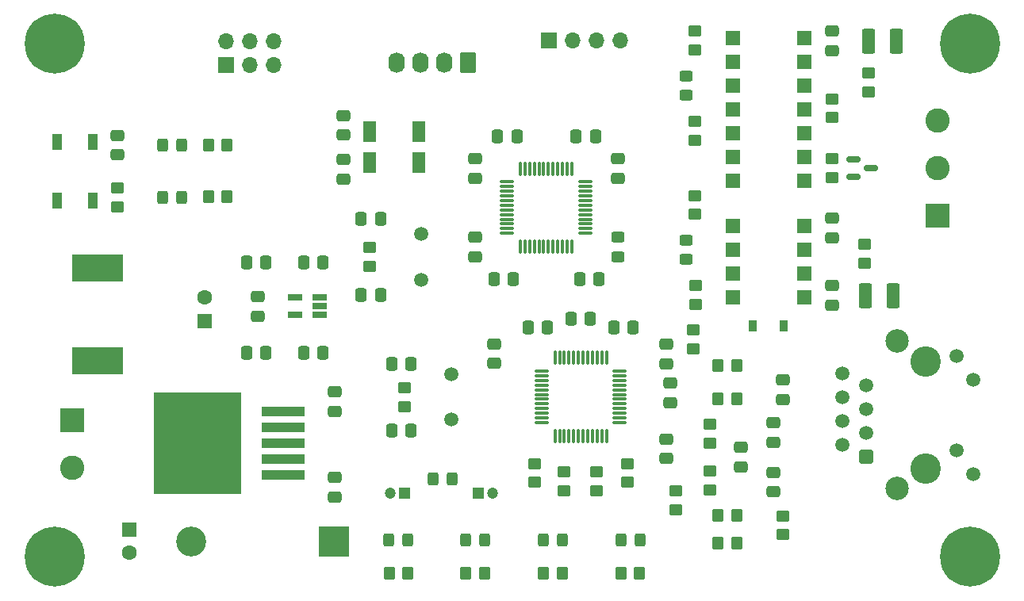
<source format=gbr>
%TF.GenerationSoftware,KiCad,Pcbnew,(6.0.11)*%
%TF.CreationDate,2024-04-30T16:24:35+07:00*%
%TF.ProjectId,Oxygen Monitoring,4f787967-656e-4204-9d6f-6e69746f7269,rev?*%
%TF.SameCoordinates,Original*%
%TF.FileFunction,Soldermask,Top*%
%TF.FilePolarity,Negative*%
%FSLAX46Y46*%
G04 Gerber Fmt 4.6, Leading zero omitted, Abs format (unit mm)*
G04 Created by KiCad (PCBNEW (6.0.11)) date 2024-04-30 16:24:35*
%MOMM*%
%LPD*%
G01*
G04 APERTURE LIST*
G04 Aperture macros list*
%AMRoundRect*
0 Rectangle with rounded corners*
0 $1 Rounding radius*
0 $2 $3 $4 $5 $6 $7 $8 $9 X,Y pos of 4 corners*
0 Add a 4 corners polygon primitive as box body*
4,1,4,$2,$3,$4,$5,$6,$7,$8,$9,$2,$3,0*
0 Add four circle primitives for the rounded corners*
1,1,$1+$1,$2,$3*
1,1,$1+$1,$4,$5*
1,1,$1+$1,$6,$7*
1,1,$1+$1,$8,$9*
0 Add four rect primitives between the rounded corners*
20,1,$1+$1,$2,$3,$4,$5,0*
20,1,$1+$1,$4,$5,$6,$7,0*
20,1,$1+$1,$6,$7,$8,$9,0*
20,1,$1+$1,$8,$9,$2,$3,0*%
G04 Aperture macros list end*
%ADD10RoundRect,0.250000X0.325000X0.450000X-0.325000X0.450000X-0.325000X-0.450000X0.325000X-0.450000X0*%
%ADD11R,1.000000X1.700000*%
%ADD12R,1.700000X1.700000*%
%ADD13O,1.700000X1.700000*%
%ADD14RoundRect,0.250000X0.337500X0.475000X-0.337500X0.475000X-0.337500X-0.475000X0.337500X-0.475000X0*%
%ADD15R,0.900000X1.200000*%
%ADD16RoundRect,0.250000X-0.450000X0.350000X-0.450000X-0.350000X0.450000X-0.350000X0.450000X0.350000X0*%
%ADD17C,1.500000*%
%ADD18RoundRect,0.250000X0.350000X0.450000X-0.350000X0.450000X-0.350000X-0.450000X0.350000X-0.450000X0*%
%ADD19RoundRect,0.250000X-0.475000X0.337500X-0.475000X-0.337500X0.475000X-0.337500X0.475000X0.337500X0*%
%ADD20RoundRect,0.250000X0.475000X-0.337500X0.475000X0.337500X-0.475000X0.337500X-0.475000X-0.337500X0*%
%ADD21RoundRect,0.250001X0.462499X1.074999X-0.462499X1.074999X-0.462499X-1.074999X0.462499X-1.074999X0*%
%ADD22RoundRect,0.250000X0.450000X-0.350000X0.450000X0.350000X-0.450000X0.350000X-0.450000X-0.350000X0*%
%ADD23C,0.800000*%
%ADD24C,6.400000*%
%ADD25RoundRect,0.250000X0.450000X-0.325000X0.450000X0.325000X-0.450000X0.325000X-0.450000X-0.325000X0*%
%ADD26R,2.600000X2.600000*%
%ADD27C,2.600000*%
%ADD28RoundRect,0.250000X-0.337500X-0.475000X0.337500X-0.475000X0.337500X0.475000X-0.337500X0.475000X0*%
%ADD29R,1.200000X1.200000*%
%ADD30C,1.200000*%
%ADD31C,3.250000*%
%ADD32RoundRect,0.250500X0.499500X-0.499500X0.499500X0.499500X-0.499500X0.499500X-0.499500X-0.499500X0*%
%ADD33C,2.500000*%
%ADD34R,1.320000X2.250000*%
%ADD35RoundRect,0.250000X-0.450000X0.325000X-0.450000X-0.325000X0.450000X-0.325000X0.450000X0.325000X0*%
%ADD36R,1.600000X1.600000*%
%ADD37C,1.600000*%
%ADD38RoundRect,0.250000X-0.325000X-0.450000X0.325000X-0.450000X0.325000X0.450000X-0.325000X0.450000X0*%
%ADD39R,4.600000X1.100000*%
%ADD40R,9.400000X10.800000*%
%ADD41RoundRect,0.250000X-0.350000X-0.450000X0.350000X-0.450000X0.350000X0.450000X-0.350000X0.450000X0*%
%ADD42R,3.200000X3.200000*%
%ADD43O,3.200000X3.200000*%
%ADD44R,5.400000X2.900000*%
%ADD45RoundRect,0.250000X0.620000X0.845000X-0.620000X0.845000X-0.620000X-0.845000X0.620000X-0.845000X0*%
%ADD46O,1.740000X2.190000*%
%ADD47R,1.560000X0.650000*%
%ADD48RoundRect,0.075000X0.662500X0.075000X-0.662500X0.075000X-0.662500X-0.075000X0.662500X-0.075000X0*%
%ADD49RoundRect,0.075000X0.075000X0.662500X-0.075000X0.662500X-0.075000X-0.662500X0.075000X-0.662500X0*%
%ADD50RoundRect,0.150000X-0.587500X-0.150000X0.587500X-0.150000X0.587500X0.150000X-0.587500X0.150000X0*%
%ADD51RoundRect,0.075000X-0.662500X-0.075000X0.662500X-0.075000X0.662500X0.075000X-0.662500X0.075000X0*%
%ADD52RoundRect,0.075000X-0.075000X-0.662500X0.075000X-0.662500X0.075000X0.662500X-0.075000X0.662500X0*%
G04 APERTURE END LIST*
D10*
%TO.C,FB2*%
X61686600Y-183001400D03*
X59636600Y-183001400D03*
%TD*%
D11*
%TO.C,SW1*%
X19493200Y-146983800D03*
X19493200Y-153283800D03*
X23293200Y-146983800D03*
X23293200Y-153283800D03*
%TD*%
D12*
%TO.C,J2*%
X71990000Y-136163800D03*
D13*
X74530000Y-136163800D03*
X77070000Y-136163800D03*
X79610000Y-136163800D03*
%TD*%
D14*
%TO.C,C35*%
X57283700Y-170657000D03*
X55208700Y-170657000D03*
%TD*%
D15*
%TO.C,D6*%
X93784200Y-166667600D03*
X97084200Y-166667600D03*
%TD*%
D16*
%TO.C,R29*%
X56551000Y-173238400D03*
X56551000Y-175238400D03*
%TD*%
D10*
%TO.C,D9*%
X65141000Y-189503800D03*
X63091000Y-189503800D03*
%TD*%
D17*
%TO.C,Y3*%
X61580200Y-171763000D03*
X61580200Y-176643000D03*
%TD*%
D18*
%TO.C,R26*%
X65100000Y-193009000D03*
X63100000Y-193009000D03*
%TD*%
D19*
%TO.C,C29*%
X95967600Y-176964000D03*
X95967600Y-179039000D03*
%TD*%
D16*
%TO.C,R17*%
X85502800Y-184236600D03*
X85502800Y-186236600D03*
%TD*%
D20*
%TO.C,C24*%
X102216000Y-164430100D03*
X102216000Y-162355100D03*
%TD*%
D21*
%TO.C,F2*%
X109088300Y-136214600D03*
X106113300Y-136214600D03*
%TD*%
D20*
%TO.C,C25*%
X102216000Y-137252100D03*
X102216000Y-135177100D03*
%TD*%
D22*
%TO.C,R19*%
X89195200Y-179141800D03*
X89195200Y-177141800D03*
%TD*%
D16*
%TO.C,R14*%
X105721200Y-157922200D03*
X105721200Y-159922200D03*
%TD*%
D21*
%TO.C,F1*%
X108732700Y-163392600D03*
X105757700Y-163392600D03*
%TD*%
D10*
%TO.C,D8*%
X56962200Y-189503800D03*
X54912200Y-189503800D03*
%TD*%
D23*
%TO.C,H2*%
X115250944Y-138216456D03*
X116948000Y-134119400D03*
X119348000Y-136519400D03*
X114548000Y-136519400D03*
X118645056Y-138216456D03*
X118645056Y-134822344D03*
D24*
X116948000Y-136519400D03*
D23*
X116948000Y-138919400D03*
X115250944Y-134822344D03*
%TD*%
D22*
%TO.C,R20*%
X87433200Y-169066200D03*
X87433200Y-167066200D03*
%TD*%
D16*
%TO.C,R30*%
X70440600Y-181341000D03*
X70440600Y-183341000D03*
%TD*%
%TO.C,R15*%
X106076800Y-139634200D03*
X106076800Y-141634200D03*
%TD*%
D23*
%TO.C,H3*%
X19208800Y-193681800D03*
X17511744Y-189584744D03*
X21608800Y-191281800D03*
X17511744Y-192978856D03*
X16808800Y-191281800D03*
D24*
X19208800Y-191281800D03*
D23*
X20905856Y-192978856D03*
X19208800Y-188881800D03*
X20905856Y-189584744D03*
%TD*%
D25*
%TO.C,D5*%
X86645800Y-159540800D03*
X86645800Y-157490800D03*
%TD*%
D26*
%TO.C,J5*%
X113442800Y-154858200D03*
D27*
X113442800Y-149778200D03*
X113442800Y-144698200D03*
%TD*%
D28*
%TO.C,C40*%
X78906600Y-166825500D03*
X80981600Y-166825500D03*
%TD*%
D20*
%TO.C,C11*%
X50044400Y-150968100D03*
X50044400Y-148893100D03*
%TD*%
D19*
%TO.C,C32*%
X92462400Y-179627100D03*
X92462400Y-181702100D03*
%TD*%
D20*
%TO.C,C38*%
X84944000Y-174844100D03*
X84944000Y-172769100D03*
%TD*%
D29*
%TO.C,C43*%
X56595600Y-184537000D03*
D30*
X55095600Y-184537000D03*
%TD*%
D18*
%TO.C,R2*%
X37633200Y-152826200D03*
X35633200Y-152826200D03*
%TD*%
D14*
%TO.C,C6*%
X47881500Y-159836600D03*
X45806500Y-159836600D03*
%TD*%
%TO.C,C36*%
X57283700Y-177769000D03*
X55208700Y-177769000D03*
%TD*%
D31*
%TO.C,J6*%
X112174400Y-181858400D03*
X112174400Y-170428400D03*
D32*
X105824400Y-180588400D03*
D17*
X103284400Y-179318400D03*
X105824400Y-178048400D03*
X103284400Y-176778400D03*
X105824400Y-175508400D03*
X103284400Y-174238400D03*
X105824400Y-172968400D03*
X103284400Y-171698400D03*
X117254400Y-182468400D03*
X115554400Y-179928400D03*
X117254400Y-172358400D03*
X115554400Y-169818400D03*
D33*
X109124400Y-184018400D03*
X109124400Y-168268400D03*
%TD*%
D18*
%TO.C,R27*%
X81676800Y-193059800D03*
X79676800Y-193059800D03*
%TD*%
D19*
%TO.C,C17*%
X79352100Y-148791500D03*
X79352100Y-150866500D03*
%TD*%
D16*
%TO.C,R12*%
X87636400Y-162341800D03*
X87636400Y-164341800D03*
%TD*%
D22*
%TO.C,R13*%
X102190600Y-144377400D03*
X102190600Y-142377400D03*
%TD*%
D14*
%TO.C,C22*%
X76960600Y-146400000D03*
X74885600Y-146400000D03*
%TD*%
D16*
%TO.C,R23*%
X96932800Y-186913000D03*
X96932800Y-188913000D03*
%TD*%
D20*
%TO.C,C20*%
X64112100Y-159248500D03*
X64112100Y-157173500D03*
%TD*%
D14*
%TO.C,C8*%
X41785500Y-159836600D03*
X39710500Y-159836600D03*
%TD*%
D16*
%TO.C,R32*%
X77044600Y-182230000D03*
X77044600Y-184230000D03*
%TD*%
D29*
%TO.C,C45*%
X64500402Y-184537000D03*
D30*
X66000402Y-184537000D03*
%TD*%
D19*
%TO.C,C14*%
X25965200Y-146280800D03*
X25965200Y-148355800D03*
%TD*%
D10*
%TO.C,D3*%
X32832200Y-152877000D03*
X30782200Y-152877000D03*
%TD*%
%TO.C,D11*%
X81727200Y-189529200D03*
X79677200Y-189529200D03*
%TD*%
D34*
%TO.C,Y1*%
X58080000Y-145918000D03*
X52880000Y-145918000D03*
X52880000Y-149168000D03*
X58080000Y-149168000D03*
%TD*%
D35*
%TO.C,FB1*%
X79352100Y-157186000D03*
X79352100Y-159236000D03*
%TD*%
D19*
%TO.C,C39*%
X84537600Y-168603500D03*
X84537600Y-170678500D03*
%TD*%
D28*
%TO.C,C42*%
X69762600Y-166825500D03*
X71837600Y-166825500D03*
%TD*%
D36*
%TO.C,C3*%
X35261600Y-166121713D03*
D37*
X35261600Y-163621713D03*
%TD*%
D18*
%TO.C,R21*%
X92040000Y-189837000D03*
X90040000Y-189837000D03*
%TD*%
D38*
%TO.C,D10*%
X71371400Y-189529200D03*
X73421400Y-189529200D03*
%TD*%
D25*
%TO.C,D4*%
X86645800Y-142014800D03*
X86645800Y-139964800D03*
%TD*%
D16*
%TO.C,R16*%
X102216000Y-148783200D03*
X102216000Y-150783200D03*
%TD*%
%TO.C,R10*%
X87585600Y-152713600D03*
X87585600Y-154713600D03*
%TD*%
D36*
%TO.C,U4*%
X91624200Y-135933600D03*
X91624200Y-138473600D03*
X91624200Y-141013600D03*
X91624200Y-143553600D03*
X91624200Y-146093600D03*
X91624200Y-148633600D03*
X91624200Y-151173600D03*
X99244200Y-151173600D03*
X99244200Y-148633600D03*
X99244200Y-146093600D03*
X99244200Y-143553600D03*
X99244200Y-141013600D03*
X99244200Y-138473600D03*
X99244200Y-135933600D03*
%TD*%
D19*
%TO.C,C19*%
X64112100Y-148791500D03*
X64112100Y-150866500D03*
%TD*%
D16*
%TO.C,R31*%
X80346600Y-181341000D03*
X80346600Y-183341000D03*
%TD*%
D28*
%TO.C,C21*%
X66126500Y-161640000D03*
X68201500Y-161640000D03*
%TD*%
D26*
%TO.C,J1*%
X21122400Y-176716200D03*
D27*
X21122400Y-181796200D03*
%TD*%
D39*
%TO.C,U1*%
X43627400Y-182591400D03*
X43627400Y-180891400D03*
X43627400Y-179191400D03*
D40*
X34477400Y-179191400D03*
D39*
X43627400Y-177491400D03*
X43627400Y-175791400D03*
%TD*%
D19*
%TO.C,C44*%
X66122600Y-168578100D03*
X66122600Y-170653100D03*
%TD*%
D16*
%TO.C,R33*%
X73615600Y-182230000D03*
X73615600Y-184230000D03*
%TD*%
D10*
%TO.C,D2*%
X32832200Y-147289000D03*
X30782200Y-147289000D03*
%TD*%
D19*
%TO.C,C4*%
X49130000Y-173683500D03*
X49130000Y-175758500D03*
%TD*%
D14*
%TO.C,C13*%
X54028300Y-163341800D03*
X51953300Y-163341800D03*
%TD*%
%TO.C,C5*%
X47881500Y-169488600D03*
X45806500Y-169488600D03*
%TD*%
%TO.C,C12*%
X54028300Y-155213800D03*
X51953300Y-155213800D03*
%TD*%
D41*
%TO.C,R24*%
X90040000Y-170898900D03*
X92040000Y-170898900D03*
%TD*%
D19*
%TO.C,C7*%
X40951200Y-163523500D03*
X40951200Y-165598500D03*
%TD*%
D41*
%TO.C,R22*%
X90040000Y-186901000D03*
X92040000Y-186901000D03*
%TD*%
D23*
%TO.C,H1*%
X21608800Y-136519400D03*
X20905856Y-134822344D03*
X20905856Y-138216456D03*
X19208800Y-138919400D03*
D24*
X19208800Y-136519400D03*
D23*
X19208800Y-134119400D03*
X16808800Y-136519400D03*
X17511744Y-138216456D03*
X17511744Y-134822344D03*
%TD*%
D36*
%TO.C,C1*%
X27184400Y-188370873D03*
D37*
X27184400Y-190870873D03*
%TD*%
D12*
%TO.C,J3*%
X37547600Y-138805400D03*
D13*
X37547600Y-136265400D03*
X40087600Y-138805400D03*
X40087600Y-136265400D03*
X42627600Y-138805400D03*
X42627600Y-136265400D03*
%TD*%
D22*
%TO.C,R11*%
X87585600Y-137163800D03*
X87585600Y-135163800D03*
%TD*%
D17*
%TO.C,Y2*%
X58324800Y-156827800D03*
X58324800Y-161707800D03*
%TD*%
D28*
%TO.C,C41*%
X74334600Y-165831000D03*
X76409600Y-165831000D03*
%TD*%
D16*
%TO.C,R18*%
X89211200Y-182141800D03*
X89211200Y-184141800D03*
%TD*%
D42*
%TO.C,D1*%
X49028400Y-189630800D03*
D43*
X33788400Y-189630800D03*
%TD*%
D14*
%TO.C,C16*%
X77345500Y-161640000D03*
X75270500Y-161640000D03*
%TD*%
D36*
%TO.C,U5*%
X91624200Y-155999600D03*
X91624200Y-158539600D03*
X91624200Y-161079600D03*
X91624200Y-163619600D03*
X99244200Y-163619600D03*
X99244200Y-161079600D03*
X99244200Y-158539600D03*
X99244200Y-155999600D03*
%TD*%
D20*
%TO.C,C30*%
X96932800Y-174467000D03*
X96932800Y-172392000D03*
%TD*%
D16*
%TO.C,R3*%
X52863800Y-158277800D03*
X52863800Y-160277800D03*
%TD*%
D19*
%TO.C,C37*%
X84537600Y-178712700D03*
X84537600Y-180787700D03*
%TD*%
D18*
%TO.C,R35*%
X73396400Y-193059800D03*
X71396400Y-193059800D03*
%TD*%
D41*
%TO.C,R1*%
X35633200Y-147289000D03*
X37633200Y-147289000D03*
%TD*%
D23*
%TO.C,H4*%
X116948000Y-193681800D03*
X119348000Y-191281800D03*
X118645056Y-189584744D03*
X116948000Y-188881800D03*
X115250944Y-192978856D03*
X115250944Y-189584744D03*
X118645056Y-192978856D03*
D24*
X116948000Y-191281800D03*
D23*
X114548000Y-191281800D03*
%TD*%
D28*
%TO.C,C18*%
X66503600Y-146400000D03*
X68578600Y-146400000D03*
%TD*%
D44*
%TO.C,L1*%
X23840400Y-170368200D03*
X23840400Y-160468200D03*
%TD*%
D45*
%TO.C,J4*%
X63328600Y-138506000D03*
D46*
X60788600Y-138506000D03*
X58248600Y-138506000D03*
X55708600Y-138506000D03*
%TD*%
D20*
%TO.C,C23*%
X102216000Y-157216500D03*
X102216000Y-155141500D03*
%TD*%
D19*
%TO.C,C10*%
X50044400Y-144168700D03*
X50044400Y-146243700D03*
%TD*%
D47*
%TO.C,U2*%
X47559000Y-165485600D03*
X47559000Y-164535600D03*
X47559000Y-163585600D03*
X44859000Y-163585600D03*
X44859000Y-165485600D03*
%TD*%
D20*
%TO.C,C2*%
X49113800Y-184902500D03*
X49113800Y-182827500D03*
%TD*%
D18*
%TO.C,R25*%
X92024000Y-174454900D03*
X90024000Y-174454900D03*
%TD*%
D20*
%TO.C,C31*%
X95967600Y-184365200D03*
X95967600Y-182290200D03*
%TD*%
D48*
%TO.C,U6*%
X79556100Y-176963000D03*
X79556100Y-176463000D03*
X79556100Y-175963000D03*
X79556100Y-175463000D03*
X79556100Y-174963000D03*
X79556100Y-174463000D03*
X79556100Y-173963000D03*
X79556100Y-173463000D03*
X79556100Y-172963000D03*
X79556100Y-172463000D03*
X79556100Y-171963000D03*
X79556100Y-171463000D03*
D49*
X78143600Y-170050500D03*
X77643600Y-170050500D03*
X77143600Y-170050500D03*
X76643600Y-170050500D03*
X76143600Y-170050500D03*
X75643600Y-170050500D03*
X75143600Y-170050500D03*
X74643600Y-170050500D03*
X74143600Y-170050500D03*
X73643600Y-170050500D03*
X73143600Y-170050500D03*
X72643600Y-170050500D03*
D48*
X71231100Y-171463000D03*
X71231100Y-171963000D03*
X71231100Y-172463000D03*
X71231100Y-172963000D03*
X71231100Y-173463000D03*
X71231100Y-173963000D03*
X71231100Y-174463000D03*
X71231100Y-174963000D03*
X71231100Y-175463000D03*
X71231100Y-175963000D03*
X71231100Y-176463000D03*
X71231100Y-176963000D03*
D49*
X72643600Y-178375500D03*
X73143600Y-178375500D03*
X73643600Y-178375500D03*
X74143600Y-178375500D03*
X74643600Y-178375500D03*
X75143600Y-178375500D03*
X75643600Y-178375500D03*
X76143600Y-178375500D03*
X76643600Y-178375500D03*
X77143600Y-178375500D03*
X77643600Y-178375500D03*
X78143600Y-178375500D03*
%TD*%
D22*
%TO.C,R4*%
X25965200Y-153911800D03*
X25965200Y-151911800D03*
%TD*%
D41*
%TO.C,R34*%
X54937200Y-193009000D03*
X56937200Y-193009000D03*
%TD*%
D50*
%TO.C,D7*%
X104529700Y-148828200D03*
X104529700Y-150728200D03*
X106404700Y-149778200D03*
%TD*%
D14*
%TO.C,C9*%
X41785500Y-169488600D03*
X39710500Y-169488600D03*
%TD*%
D51*
%TO.C,U3*%
X67528100Y-151246000D03*
X67528100Y-151746000D03*
X67528100Y-152246000D03*
X67528100Y-152746000D03*
X67528100Y-153246000D03*
X67528100Y-153746000D03*
X67528100Y-154246000D03*
X67528100Y-154746000D03*
X67528100Y-155246000D03*
X67528100Y-155746000D03*
X67528100Y-156246000D03*
X67528100Y-156746000D03*
D52*
X68940600Y-158158500D03*
X69440600Y-158158500D03*
X69940600Y-158158500D03*
X70440600Y-158158500D03*
X70940600Y-158158500D03*
X71440600Y-158158500D03*
X71940600Y-158158500D03*
X72440600Y-158158500D03*
X72940600Y-158158500D03*
X73440600Y-158158500D03*
X73940600Y-158158500D03*
X74440600Y-158158500D03*
D51*
X75853100Y-156746000D03*
X75853100Y-156246000D03*
X75853100Y-155746000D03*
X75853100Y-155246000D03*
X75853100Y-154746000D03*
X75853100Y-154246000D03*
X75853100Y-153746000D03*
X75853100Y-153246000D03*
X75853100Y-152746000D03*
X75853100Y-152246000D03*
X75853100Y-151746000D03*
X75853100Y-151246000D03*
D52*
X74440600Y-149833500D03*
X73940600Y-149833500D03*
X73440600Y-149833500D03*
X72940600Y-149833500D03*
X72440600Y-149833500D03*
X71940600Y-149833500D03*
X71440600Y-149833500D03*
X70940600Y-149833500D03*
X70440600Y-149833500D03*
X69940600Y-149833500D03*
X69440600Y-149833500D03*
X68940600Y-149833500D03*
%TD*%
D16*
%TO.C,R9*%
X87585600Y-144815800D03*
X87585600Y-146815800D03*
%TD*%
M02*

</source>
